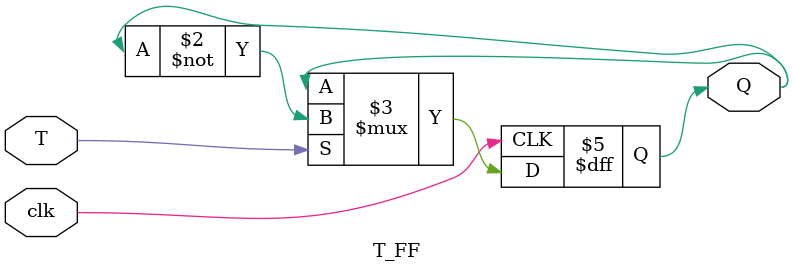
<source format=v>
module T_FF (
    input wire T, clk,
    output reg Q
);
    always @(posedge clk) begin
        if (T)
            Q <= ~Q; // Toggle state
    end
endmodule


</source>
